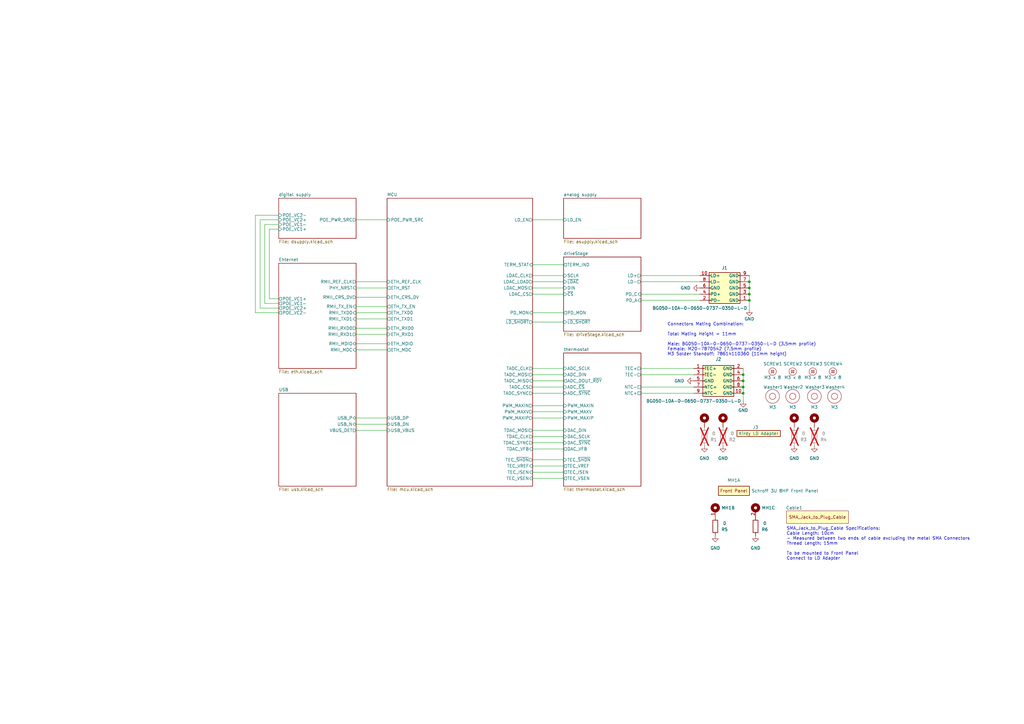
<source format=kicad_sch>
(kicad_sch (version 20230121) (generator eeschema)
  (paper "A3")
  (title_block (title "Kirdy") (date "2023-11-27") (rev "r0_3") (company "M-Labs Limited") (comment 1 "Linus Woo Chun Kit"))
  (lib_symbols
    (symbol "Device:R" (pin_numbers hide) (pin_names (offset 0))
      (property "Reference" "R" (at 2.032 0 90))
      (property "Value" "R" (at 0 0 90))
      (symbol "R_0_1"
        (rectangle (start -1.016 -2.54) (end 1.016 2.54) (stroke (width 0.254)))
      )
      (symbol "R_1_1"
        (pin passive line (at 0 3.81 270) (length 1.27) (name "~") (number "1"))
        (pin passive line (at 0 -3.81 90) (length 1.27) (name "~") (number "2"))
      )
    )
    (symbol "Mechanical:MountingHole_Pad" (pin_numbers hide) (pin_names (offset 1.016) hide)
      (property "Reference" "H" (at 0 6.35 0))
      (property "Value" "MountingHole_Pad" (at 0 4.445 0))
      (symbol "MountingHole_Pad_0_1"
        (circle (center 0 1.27) (radius 1.27) (stroke (width 1.27)))
      )
      (symbol "MountingHole_Pad_1_1"
        (pin input line (at 0 -2.54 90) (length 2.54) (name "1") (number "1"))
      )
    )
    (symbol "Panel_1"
      (property "Reference" "MH" (at 1.27 3.175 0))
      (symbol "Panel_1_1_1"
        (rectangle (start 0 0) (end 12.7 -3.81) (stroke (width 0.254)) (fill (type background)))
        (text "Front Panel" (at 6.35 -1.905 0) (effects (font (size 1.27 1.27))))
      )
      (symbol "Panel_1_2_1"
        (circle (center 0 0) (radius 1.27) (stroke (width 1.27)))
        (pin input line (at 3.81 0 180) (length 2.54) (name "") (number "1"))
      )
      (symbol "Panel_1_3_1"
        (circle (center 0 0) (radius 1.27) (stroke (width 1.27)))
        (pin input line (at 3.81 0 180) (length 2.54) (name "") (number "2"))
      )
    )
    (symbol "kirdy:Kirdy_Adapter_HDR1"
      (property "Reference" "J" (at 5.08 2.54 0))
      (property "Value" "BG050-10A-0-0650-0737-0350-L-D" (at 10.16 -12.7 0))
      (symbol "Kirdy_Adapter_HDR1_1_1"
        (rectangle (start 3.81 -10.033) (end 4.445 -10.287) (stroke (width 0.1524)))
        (rectangle (start 3.81 -7.493) (end 4.445 -7.747) (stroke (width 0.1524)))
        (rectangle (start 3.81 -4.953) (end 4.445 -5.207) (stroke (width 0.1524)))
        (rectangle (start 3.81 -2.413) (end 4.445 -2.667) (stroke (width 0.1524)))
        (rectangle (start 3.81 0.127) (end 4.445 -0.127) (stroke (width 0.1524)))
        (rectangle (start 3.81 1.27) (end 16.51 -11.43) (stroke (width 0.254)) (fill (type background)))
        (rectangle (start 15.875 -10.033) (end 16.51 -10.287) (stroke (width 0.1524)))
        (rectangle (start 15.875 -7.493) (end 16.51 -7.747) (stroke (width 0.1524)))
        (rectangle (start 15.875 -4.953) (end 16.51 -5.207) (stroke (width 0.1524)))
        (rectangle (start 15.875 -2.413) (end 16.51 -2.667) (stroke (width 0.1524)))
        (rectangle (start 15.875 0.127) (end 16.51 -0.127) (stroke (width 0.1524)))
        (pin passive line (at 0 0 0) (length 3.81) (name "TEC+") (number "1"))
        (pin passive line (at 20.32 -10.16 180) (length 3.81) (name "GND") (number "10"))
        (pin passive line (at 20.32 0 180) (length 3.81) (name "GND") (number "2"))
        (pin passive line (at 0 -2.54 0) (length 3.81) (name "TEC-") (number "3"))
        (pin passive line (at 20.32 -2.54 180) (length 3.81) (name "GND") (number "4"))
        (pin passive line (at 0 -5.08 0) (length 3.81) (name "GND") (number "5"))
        (pin passive line (at 20.32 -5.08 180) (length 3.81) (name "GND") (number "6"))
        (pin passive line (at 0 -7.62 0) (length 3.81) (name "NTC+") (number "7"))
        (pin passive line (at 20.32 -7.62 180) (length 3.81) (name "GND") (number "8"))
        (pin passive line (at 0 -10.16 0) (length 3.81) (name "NTC-") (number "9"))
      )
    )
    (symbol "kirdy:Kirdy_Adapter_HDR2"
      (property "Reference" "J" (at 5.08 2.54 0))
      (property "Value" "BG050-10A-0-0650-0737-0350-L-D" (at 10.16 -12.7 0))
      (symbol "Kirdy_Adapter_HDR2_1_1"
        (rectangle (start 3.81 -10.033) (end 4.445 -10.287) (stroke (width 0.1524)))
        (rectangle (start 3.81 -7.493) (end 4.445 -7.747) (stroke (width 0.1524)))
        (rectangle (start 3.81 -4.953) (end 4.445 -5.207) (stroke (width 0.1524)))
        (rectangle (start 3.81 -2.413) (end 4.445 -2.667) (stroke (width 0.1524)))
        (rectangle (start 3.81 0.127) (end 4.445 -0.127) (stroke (width 0.1524)))
        (rectangle (start 3.81 1.27) (end 16.51 -11.43) (stroke (width 0.254)) (fill (type background)))
        (rectangle (start 15.875 -10.033) (end 16.51 -10.287) (stroke (width 0.1524)))
        (rectangle (start 15.875 -7.493) (end 16.51 -7.747) (stroke (width 0.1524)))
        (rectangle (start 15.875 -4.953) (end 16.51 -5.207) (stroke (width 0.1524)))
        (rectangle (start 15.875 -2.413) (end 16.51 -2.667) (stroke (width 0.1524)))
        (rectangle (start 15.875 0.127) (end 16.51 -0.127) (stroke (width 0.1524)))
        (pin passive line (at 0 0 0) (length 3.81) (name "GND") (number "1"))
        (pin passive line (at 20.32 -10.16 180) (length 3.81) (name "LD+") (number "10"))
        (pin passive line (at 20.32 0 180) (length 3.81) (name "PD-") (number "2"))
        (pin passive line (at 0 -2.54 0) (length 3.81) (name "GND") (number "3"))
        (pin passive line (at 20.32 -2.54 180) (length 3.81) (name "PD+") (number "4"))
        (pin passive line (at 0 -5.08 0) (length 3.81) (name "GND") (number "5"))
        (pin passive line (at 20.32 -5.08 180) (length 3.81) (name "GND") (number "6"))
        (pin passive line (at 0 -7.62 0) (length 3.81) (name "GND") (number "7"))
        (pin passive line (at 20.32 -7.62 180) (length 3.81) (name "LD-") (number "8"))
        (pin passive line (at 0 -10.16 0) (length 3.81) (name "GND") (number "9"))
      )
    )
    (symbol "kirdy:Kirdy_LD_Adapter" (pin_names (offset 1.016) hide)
      (property "Reference" "J" (at -6.35 2.54 0))
      (property "Value" "Kirdy_LD_Adapter" (at 1.27 0 0))
      (symbol "Kirdy_LD_Adapter_1_1"
        (rectangle (start -7.62 1.27) (end 10.16 -1.27) (stroke (width 0.254)) (fill (type background)))
      )
    )
    (symbol "kirdy:Panel"
      (property "Reference" "MH" (at 1.27 3.175 0))
      (symbol "Panel_1_1"
        (rectangle (start 0 0) (end 12.7 -3.81) (stroke (width 0.254)) (fill (type background)))
        (text "Front Panel" (at 6.35 -1.905 0) (effects (font (size 1.27 1.27))))
      )
      (symbol "Panel_2_1"
        (circle (center 0 0) (radius 1.27) (stroke (width 1.27)))
        (pin input line (at 3.81 0 180) (length 2.54) (name "") (number "1"))
      )
      (symbol "Panel_3_1"
        (circle (center 0 0) (radius 1.27) (stroke (width 1.27)))
        (pin input line (at 3.81 0 180) (length 2.54) (name "") (number "2"))
      )
    )
    (symbol "kirdy:SMA_Jack_to_Plug_Cable" (on_board no)
      (property "Reference" "Cable" (at 2.54 1.27 0))
      (symbol "SMA_Jack_to_Plug_Cable_0_1"
        (rectangle (start 0 0) (end 25.4 -5.08) (fill (type background)))
      )
      (symbol "SMA_Jack_to_Plug_Cable_1_1"
        (text "SMA_Jack_to_Plug_Cable" (at 12.7 -2.54 0) (effects (font (size 1.27 1.27))))
      )
    )
    (symbol "kirdy:Screw" (on_board no)
      (property "Reference" "SCREW" (at 3.048 2.54 0))
      (symbol "Screw_0_1"
        (polyline (pts (xy -0.254 0) (xy -0.635 -0.381) (xy -0.381 -0.635) (xy 0 -0.254)))
        (polyline (pts (xy 0 -0.254) (xy 0.381 -0.635) (xy 0.635 -0.381) (xy 0.254 0)))
        (polyline (pts (xy 0 0.254) (xy -0.381 0.635) (xy -0.635 0.381) (xy -0.254 0)))
        (polyline (pts (xy 0.254 0) (xy 0.635 0.381) (xy 0.381 0.635) (xy 0 0.254)))
        (circle (center 0 0) (radius 1.524))
      )
    )
    (symbol "kirdy:Washer" (on_board no)
      (property "Reference" "Washer" (at 0 5.08 0))
      (symbol "Washer_0_1"
        (circle (center 0 0) (radius 1.27))
        (circle (center 0 0) (radius 2.8398))
      )
    )
    (symbol "power:GND" (power) (pin_names (offset 0))
      (property "Value" "GND" (at 0 -3.81 0))
      (symbol "GND_0_1"
        (polyline (pts (xy 0 0) (xy 0 -1.27) (xy 1.27 -1.27) (xy 0 -2.54) (xy -1.27 -1.27) (xy 0 -1.27)))
      )
      (symbol "GND_1_1"
        (pin power_in line (at 0 0 270) (length 0) hide (name "GND") (number "1"))
      )
    )
  )
  (junction (at 307.34 118.11))
  (junction (at 304.8 153.67))
  (junction (at 304.8 158.75))
  (junction (at 304.8 161.29))
  (junction (at 307.34 120.65))
  (junction (at 307.34 123.19))
  (junction (at 307.34 115.57))
  (junction (at 304.8 156.21))
  (wire (pts (xy 304.8 153.67) (xy 304.8 156.21)))
  (wire (pts (xy 146.05 176.53) (xy 158.75 176.53)))
  (wire (pts (xy 108.585 92.075) (xy 108.585 124.46)))
  (wire (pts (xy 218.44 168.91) (xy 231.14 168.91)))
  (wire (pts (xy 106.68 126.365) (xy 106.68 90.17)))
  (wire (pts (xy 218.44 176.53) (xy 231.14 176.53)))
  (wire (pts (xy 304.8 151.13) (xy 304.8 153.67)))
  (wire (pts (xy 146.05 125.73) (xy 158.75 125.73)))
  (wire (pts (xy 307.34 115.57) (xy 307.34 118.11)))
  (wire (pts (xy 262.89 123.19) (xy 287.02 123.19)))
  (wire (pts (xy 114.3 122.555) (xy 110.49 122.555)))
  (wire (pts (xy 218.44 151.13) (xy 231.14 151.13)))
  (wire (pts (xy 146.05 173.99) (xy 158.75 173.99)))
  (wire (pts (xy 218.44 161.29) (xy 231.14 161.29)))
  (wire (pts (xy 146.05 115.57) (xy 158.75 115.57)))
  (wire (pts (xy 218.44 90.17) (xy 231.14 90.17)))
  (wire (pts (xy 218.44 171.45) (xy 231.14 171.45)))
  (wire (pts (xy 146.05 140.97) (xy 158.75 140.97)))
  (wire (pts (xy 218.44 196.215) (xy 231.14 196.215)))
  (wire (pts (xy 218.44 166.37) (xy 231.14 166.37)))
  (wire (pts (xy 218.44 184.15) (xy 231.14 184.15)))
  (wire (pts (xy 218.44 191.135) (xy 231.14 191.135)))
  (wire (pts (xy 218.44 179.07) (xy 231.14 179.07)))
  (wire (pts (xy 262.89 161.29) (xy 284.48 161.29)))
  (wire (pts (xy 146.05 121.92) (xy 158.75 121.92)))
  (wire (pts (xy 146.05 171.45) (xy 158.75 171.45)))
  (wire (pts (xy 307.34 120.65) (xy 307.34 123.19)))
  (wire (pts (xy 262.89 113.03) (xy 287.02 113.03)))
  (wire (pts (xy 146.05 90.17) (xy 158.75 90.17)))
  (wire (pts (xy 114.3 92.075) (xy 108.585 92.075)))
  (wire (pts (xy 110.49 93.98) (xy 114.3 93.98)))
  (wire (pts (xy 304.8 156.21) (xy 304.8 158.75)))
  (wire (pts (xy 106.68 90.17) (xy 114.3 90.17)))
  (wire (pts (xy 110.49 122.555) (xy 110.49 93.98)))
  (wire (pts (xy 304.8 158.75) (xy 304.8 161.29)))
  (wire (pts (xy 114.3 88.265) (xy 104.775 88.265)))
  (wire (pts (xy 307.34 123.19) (xy 307.34 127)))
  (wire (pts (xy 146.05 130.81) (xy 158.75 130.81)))
  (wire (pts (xy 218.44 115.57) (xy 231.14 115.57)))
  (wire (pts (xy 262.89 120.65) (xy 287.02 120.65)))
  (wire (pts (xy 146.05 118.11) (xy 158.75 118.11)))
  (wire (pts (xy 114.3 126.365) (xy 106.68 126.365)))
  (wire (pts (xy 146.05 128.27) (xy 158.75 128.27)))
  (wire (pts (xy 304.8 161.29) (xy 304.8 164.465)))
  (wire (pts (xy 262.89 158.75) (xy 284.48 158.75)))
  (wire (pts (xy 104.775 88.265) (xy 104.775 128.27)))
  (wire (pts (xy 218.44 132.08) (xy 231.14 132.08)))
  (wire (pts (xy 146.05 134.62) (xy 158.75 134.62)))
  (wire (pts (xy 218.44 118.11) (xy 231.14 118.11)))
  (wire (pts (xy 307.34 113.03) (xy 307.34 115.57)))
  (wire (pts (xy 218.44 156.21) (xy 231.14 156.21)))
  (wire (pts (xy 307.34 118.11) (xy 307.34 120.65)))
  (wire (pts (xy 218.44 128.27) (xy 231.14 128.27)))
  (wire (pts (xy 218.44 188.595) (xy 231.14 188.595)))
  (wire (pts (xy 218.44 153.67) (xy 231.14 153.67)))
  (wire (pts (xy 218.44 108.585) (xy 231.14 108.585)))
  (wire (pts (xy 218.44 181.61) (xy 231.14 181.61)))
  (wire (pts (xy 218.44 158.75) (xy 231.14 158.75)))
  (wire (pts (xy 218.44 120.65) (xy 231.14 120.65)))
  (wire (pts (xy 262.89 151.13) (xy 284.48 151.13)))
  (wire (pts (xy 262.89 153.67) (xy 284.48 153.67)))
  (wire (pts (xy 108.585 124.46) (xy 114.3 124.46)))
  (wire (pts (xy 146.05 143.51) (xy 158.75 143.51)))
  (wire (pts (xy 262.89 115.57) (xy 287.02 115.57)))
  (wire (pts (xy 104.775 128.27) (xy 114.3 128.27)))
  (wire (pts (xy 218.44 193.675) (xy 231.14 193.675)))
  (wire (pts (xy 218.44 113.03) (xy 231.14 113.03)))
  (wire (pts (xy 146.05 137.16) (xy 158.75 137.16)))
  (text "SMA_Jack_to_Plug_Cable Specifications:\nCable Length: 10cm\n- Measured between two ends of cable excluding the metal SMA Connectors\nThread Length: 15mm\n\nTo be mounted to Front Panel \nConnect to LD Adapter" (at 322.58 229.87 0) (effects (font (size 1.27 1.27)) (justify left bottom)))
  (text "Connectors Mating Combination:\n\nTotal Mating Height = 11mm\n\nMale: BG050-10A-0-0650-0737-0350-L-D (3.5mm profile) \nFemale: M20-7870542 (7.5mm profile) \nM3 Solder Standoff: 78614110360 (11mm height)" (at 273.685 146.05 0) (effects (font (size 1.27 1.27)) (justify left bottom)))
  (symbol (lib_id "power:GND") (at 309.88 219.71 0) (unit 1)
    (property "Reference" "#PWR010" (effects hide))
    (property "Value" "GND" (at 309.88 224.79 0))
  )
  (symbol (lib_id "kirdy:Washer") (at 316.865 162.56 0) (unit 1) (on_board no)
    (property "Reference" "Washer1" (at 313.055 158.75 0) (effects (justify left)))
    (property "Value" "M3" (at 316.865 167.005 0))
  )
  (symbol (lib_id "Device:R") (at 296.545 179.07 180) (unit 1) (dnp yes)
    (property "Reference" "R2" (at 300.355 180.34 0))
    (property "Value" "0" (at 300.355 177.8 0))
    (property "Footprint" "Resistor_SMD:R_0603_1608Metric" (effects hide))
    (property "MFR_PN" "RMCF0603ZT0R00" (effects hide))
    (property "MFR_PN_ALT" "CR0603-J/-000ELF" (effects hide))
  )
  (symbol (lib_id "kirdy:Washer") (at 334.01 162.56 0) (unit 1) (on_board no)
    (property "Reference" "Washer3" (at 330.2 158.75 0) (effects (justify left)))
    (property "Value" "M3" (at 334.01 167.005 0))
  )
  (symbol (lib_id "Device:R") (at 293.37 215.9 180) (unit 1)
    (property "Reference" "R5" (at 297.18 217.17 0))
    (property "Value" "0" (at 297.18 214.63 0))
    (property "Footprint" "Resistor_SMD:R_0603_1608Metric" (effects hide))
    (property "MFR_PN" "RMCF0603ZT0R00" (effects hide))
    (property "MFR_PN_ALT" "CR0603-J/-000ELF" (effects hide))
  )
  (symbol (lib_id "kirdy:Washer") (at 342.265 162.56 0) (unit 1) (on_board no)
    (property "Reference" "Washer4" (at 338.455 158.75 0) (effects (justify left)))
    (property "Value" "M3" (at 342.265 167.005 0))
  )
  (symbol (lib_id "kirdy:Kirdy_LD_Adapter") (at 309.88 177.8 0) (unit 1)
    (property "Reference" "J3" (at 309.88 175.26 0))
    (property "Value" "Kirdy LD Adapter" (at 311.15 177.8 0))
    (property "Footprint" "kirdy:Kirdy_LD_Adapter" (effects hide))
    (property "MFR_PN" "Kirdy_LD_Adapter_PCB" (effects hide))
  )
  (symbol (lib_id "kirdy:Washer") (at 325.12 162.56 0) (unit 1) (on_board no)
    (property "Reference" "Washer2" (at 321.31 158.75 0) (effects (justify left)))
    (property "Value" "M3" (at 325.12 167.005 0))
  )
  (symbol (lib_id "kirdy:Panel") (at 309.88 208.28 270) (unit 3)
    (property "Reference" "MH1" (at 312.42 208.28 90) (effects (justify left)))
    (property "Value" "Schroff 3U 8HP Front Panel" (effects hide))
    (property "Footprint" "kirdy:Panel" (effects hide))
    (property "MFR_PN" "20848-668" (effects hide))
  )
  (symbol (lib_id "kirdy:Screw") (at 316.865 152.4 0) (unit 1) (on_board no)
    (property "Reference" "SCREW1" (at 313.055 149.225 0) (effects (justify left)))
    (property "Value" "M3 x 8" (at 316.865 154.813 0))
    (property "MFR_PN" "EDLV-M3-L8" (effects hide))
    (property "MFR_PN_ALT" "FH4-M3-8 " (effects hide))
    (property "Comment" "https://jlcmc.com/product/s/E02/EDLV/cross-recessed-large-flat-head-screw" (effects hide))
  )
  (symbol (lib_id "kirdy:Kirdy_Adapter_HDR2") (at 307.34 123.19 180) (unit 1)
    (property "Reference" "J1" (at 297.18 109.855 0))
    (property "Value" "BG050-10A-0-0650-0737-0350-L-D" (at 287.02 126.365 0))
    (property "Footprint" "kirdy:BG050-10A-0-0650-0737-0350-L-D" (effects hide))
    (property "MFR_PN" "BG050-10A-0-0650-0737-0350-L-D" (effects hide))
    (property "MFR_PN_ALT" "BG050-10A-0-0450-0737-0350-L-D " (effects hide))
  )
  (symbol (lib_name "Panel_1") (lib_id "kirdy:Panel") (at 294.64 199.39 0) (unit 1)
    (property "Reference" "MH1" (at 300.99 196.977 0))
    (property "Value" "Schroff 3U 8HP Front Panel" (at 321.945 201.295 0))
    (property "Footprint" "kirdy:Panel" (effects hide))
    (property "MFR_PN" "20848-668" (effects hide))
  )
  (symbol (lib_id "power:GND") (at 307.34 127 0) (unit 1)
    (property "Reference" "#PWR02" (effects hide))
    (property "Value" "GND" (at 307.34 130.81 0))
  )
  (symbol (lib_id "kirdy:Screw") (at 333.375 152.4 0) (unit 1) (on_board no)
    (property "Reference" "SCREW3" (at 329.565 149.225 0) (effects (justify left)))
    (property "Value" "M3 x 8" (at 333.375 154.813 0))
    (property "MFR_PN" "EDLV-M3-L8" (effects hide))
    (property "MFR_PN_ALT" "FH4-M3-8 " (effects hide))
    (property "Comment" "https://jlcmc.com/product/s/E02/EDLV/cross-recessed-large-flat-head-screw" (effects hide))
  )
  (symbol (lib_id "Mechanical:MountingHole_Pad") (at 325.755 172.72 0) (unit 1)
    (property "Reference" "H3" (effects hide))
    (property "Value" "78614110360" (effects hide))
    (property "Footprint" "Mounting_Wuerth:Mounting_Wuerth_WA-SMSI-M3_H11mm_9774110360" (effects hide))
    (property "MFR_PN" "78614110360" (effects hide))
    (property "MFT_PN_ALT" "9774110360R" (effects hide))
  )
  (symbol (lib_id "power:GND") (at 287.02 118.11 270) (unit 1)
    (property "Reference" "#PWR01" (effects hide))
    (property "Value" "GND" (at 283.21 118.11 90) (effects (justify right)))
  )
  (symbol (lib_id "Mechanical:MountingHole_Pad") (at 288.925 172.72 0) (unit 1)
    (property "Reference" "H1" (effects hide))
    (property "Value" "78614110360" (effects hide))
    (property "Footprint" "Mounting_Wuerth:Mounting_Wuerth_WA-SMSI-M3_H11mm_9774110360" (effects hide))
    (property "Datasheet" "~" (at 288.925 172.72 0))
    (property "MFR_PN" "78614110360" (effects hide))
    (property "MFR_PN_ALT" "9774110360R" (effects hide))
  )
  (symbol (lib_id "Device:R") (at 325.755 179.07 180) (unit 1) (dnp yes)
    (property "Reference" "R3" (at 329.565 180.34 0))
    (property "Value" "0" (at 329.565 177.8 0))
    (property "Footprint" "Resistor_SMD:R_0603_1608Metric" (effects hide))
    (property "MFR_PN" "RMCF0603ZT0R00" (effects hide))
    (property "MFR_PN_ALT" "CR0603-J/-000ELF" (effects hide))
  )
  (symbol (lib_id "power:GND") (at 296.545 182.88 0) (unit 1)
    (property "Reference" "#PWR06" (effects hide))
    (property "Value" "GND" (at 296.545 187.96 0))
  )
  (symbol (lib_id "power:GND") (at 288.925 182.88 0) (unit 1)
    (property "Reference" "#PWR05" (effects hide))
    (property "Value" "GND" (at 288.925 187.96 0))
  )
  (symbol (lib_id "Mechanical:MountingHole_Pad") (at 334.01 172.72 0) (unit 1)
    (property "Reference" "H4" (effects hide))
    (property "Value" "78614110360" (effects hide))
    (property "Footprint" "Mounting_Wuerth:Mounting_Wuerth_WA-SMSI-M3_H11mm_9774110360" (effects hide))
    (property "MFR_PN" "78614110360" (effects hide))
    (property "MFR_PN_ALT" "9774110360R" (effects hide))
  )
  (symbol (lib_id "Mechanical:MountingHole_Pad") (at 296.545 172.72 0) (unit 1)
    (property "Reference" "H2" (effects hide))
    (property "Value" "78614110360" (effects hide))
    (property "Footprint" "Mounting_Wuerth:Mounting_Wuerth_WA-SMSI-M3_H11mm_9774110360" (effects hide))
    (property "MFR_PN" "78614110360" (effects hide))
    (property "MFR_PN_ALT" "9774110360R" (effects hide))
  )
  (symbol (lib_id "power:GND") (at 334.01 182.88 0) (unit 1)
    (property "Reference" "#PWR08" (effects hide))
    (property "Value" "GND" (at 334.01 187.96 0))
  )
  (symbol (lib_id "kirdy:Screw") (at 325.12 152.4 0) (unit 1) (on_board no)
    (property "Reference" "SCREW2" (at 321.31 149.225 0) (effects (justify left)))
    (property "Value" "M3 x 8" (at 325.12 154.813 0))
    (property "MFR_PN" "EDLV-M3-L8" (effects hide))
    (property "MFR_PN_ALT" "FH4-M3-8 " (effects hide))
    (property "Comment" "https://jlcmc.com/product/s/E02/EDLV/cross-recessed-large-flat-head-screw" (effects hide))
  )
  (symbol (lib_id "Device:R") (at 334.01 179.07 180) (unit 1) (dnp yes)
    (property "Reference" "R4" (at 337.82 180.34 0))
    (property "Value" "0" (at 337.82 177.8 0))
    (property "Footprint" "Resistor_SMD:R_0603_1608Metric" (effects hide))
    (property "MFR_PN" "RMCF0603ZT0R00" (effects hide))
    (property "MFR_PN_ALT" "CR0603-J/-000ELF" (effects hide))
  )
  (symbol (lib_id "kirdy:SMA_Jack_to_Plug_Cable") (at 322.58 209.55 0) (unit 1) (on_board no)
    (property "Reference" "Cable1" (at 325.755 208.28 0))
    (property "Value" "SMA_Jack_to_Plug_Cable" (effects hide))
    (property "MFR_PN" "https://m.tb.cn/h.5HEJkaC?tk=6UH5WQTrLMA" (effects hide))
    (property "Comment" "Order from Taobao | Cable Length: 10cm | Thread Length: 15mm | F-Type" (effects hide))
  )
  (symbol (lib_id "power:GND") (at 293.37 219.71 0) (unit 1)
    (property "Reference" "#PWR09" (effects hide))
    (property "Value" "GND" (at 293.37 224.79 0))
  )
  (symbol (lib_id "power:GND") (at 284.48 156.21 270) (unit 1)
    (property "Reference" "#PWR03" (effects hide))
    (property "Value" "GND" (at 280.67 156.21 90) (effects (justify right)))
  )
  (symbol (lib_id "Device:R") (at 288.925 179.07 180) (unit 1) (dnp yes)
    (property "Reference" "R1" (at 292.735 180.34 0))
    (property "Value" "0" (at 292.735 177.8 0))
    (property "Footprint" "Resistor_SMD:R_0603_1608Metric" (effects hide))
    (property "MFR_PN" "RMCF0603ZT0R00" (effects hide))
    (property "MFR_PN_ALT" "CR0603-J/-000ELF" (effects hide))
  )
  (symbol (lib_id "kirdy:Screw") (at 341.63 152.4 0) (unit 1) (on_board no)
    (property "Reference" "SCREW4" (at 337.82 149.225 0) (effects (justify left)))
    (property "Value" "M3 x 8" (at 341.63 154.813 0))
    (property "MFR_PN" "EDLV-M3-L8" (effects hide))
    (property "MFR_PN_ALT" "FH4-M3-8 " (effects hide))
    (property "Comment" "https://jlcmc.com/product/s/E02/EDLV/cross-recessed-large-flat-head-screw" (effects hide))
  )
  (symbol (lib_id "kirdy:Panel") (at 293.37 208.28 270) (unit 2)
    (property "Reference" "MH1" (at 295.91 208.28 90) (effects (justify left)))
    (property "Value" "Schroff 3U 8HP Front Panel" (effects hide))
    (property "Footprint" "kirdy:Panel" (effects hide))
    (property "MFR_PN" "20848-668" (effects hide))
  )
  (symbol (lib_id "kirdy:Kirdy_Adapter_HDR1") (at 284.48 151.13 0) (unit 1)
    (property "Reference" "J2" (at 294.64 147.32 0))
    (property "Value" "BG050-10A-0-0650-0737-0350-L-D" (at 284.48 164.465 0))
    (property "Footprint" "kirdy:BG050-10A-0-0650-0737-0350-L-D" (effects hide))
    (property "MFR_PN" "BG050-10A-0-0650-0737-0350-L-D" (effects hide))
    (property "MFR_PN_ALT" "BG050-10A-0-0450-0737-0350-L-D " (effects hide))
  )
  (symbol (lib_id "power:GND") (at 304.8 164.465 0) (unit 1)
    (property "Reference" "#PWR04" (effects hide))
    (property "Value" "GND" (at 304.8 168.275 0))
  )
  (symbol (lib_id "power:GND") (at 325.755 182.88 0) (unit 1)
    (property "Reference" "#PWR07" (effects hide))
    (property "Value" "GND" (at 325.755 187.96 0))
  )
  (symbol (lib_id "Device:R") (at 309.88 215.9 180) (unit 1)
    (property "Reference" "R6" (at 313.69 217.17 0))
    (property "Value" "0" (at 313.69 214.63 0))
    (property "Footprint" "Resistor_SMD:R_0603_1608Metric" (effects hide))
    (property "MFR_PN" "RMCF0603ZT0R00" (effects hide))
    (property "MFR_PN_ALT" "CR0603-J/-000ELF" (effects hide))
  )
  (sheet (at 114.3 107.95) (size 31.75 43.18) (stroke (width 0.1524))
    (property "Sheetname" "Ehternet" (at 114.3 107.2384 0) (effects (justify left bottom)))
    (property "Sheetfile" "eth.kicad_sch" (at 114.3 151.7146 0) (effects (justify left top)))
    (pin "RMII_MDIO" bidirectional (at 146.05 140.97 0))
    (pin "PHY_NRST" input (at 146.05 118.11 0))
    (pin "RMII_MDC" input (at 146.05 143.51 0))
    (pin "RMII_CRS_DV" output (at 146.05 121.92 0))
    (pin "RMII_TX_EN" input (at 146.05 125.73 0))
    (pin "RMII_TXD0" input (at 146.05 128.27 0))
    (pin "RMII_TXD1" input (at 146.05 130.81 0))
    (pin "RMII_RXD0" output (at 146.05 134.62 0))
    (pin "RMII_RXD1" output (at 146.05 137.16 0))
    (pin "RMII_REF_CLK" output (at 146.05 115.57 0))
    (pin "POE_VC1+" output (at 114.3 122.555 180))
    (pin "POE_VC1-" output (at 114.3 124.46 180))
    (pin "POE_VC2+" output (at 114.3 126.365 180))
    (pin "POE_VC2-" output (at 114.3 128.27 180))
  )
  (sheet (at 114.3 161.29) (size 31.75 38.1) (stroke (width 0.1524))
    (property "Sheetname" "USB" (at 114.3 160.5784 0) (effects (justify left bottom)))
    (property "Sheetfile" "usb.kicad_sch" (at 114.3 199.9746 0) (effects (justify left top)))
    (pin "USB_N" bidirectional (at 146.05 173.99 0))
    (pin "USB_P" bidirectional (at 146.05 171.45 0))
    (pin "VBUS_DET" output (at 146.05 176.53 0))
  )
  (sheet (at 231.14 105.41) (size 31.75 30.48) (stroke (width 0.1524))
    (property "Sheetname" "driveStage" (at 231.14 104.6984 0) (effects (justify left bottom)))
    (property "Sheetfile" "driveStage.kicad_sch" (at 231.14 136.4746 0) (effects (justify left top)))
    (pin "LD-" output (at 262.89 115.57 0))
    (pin "LD+" output (at 262.89 113.03 0))
    (pin "SCLK" input (at 231.14 113.03 180))
    (pin "DIN" input (at 231.14 118.11 180))
    (pin "~{LDAC}" input (at 231.14 115.57 180))
    (pin "~{CS}" input (at 231.14 120.65 180))
    (pin "PD_A" input (at 262.89 123.19 0))
    (pin "PD_C" input (at 262.89 120.65 0))
    (pin "PD_MON" output (at 231.14 128.27 180))
    (pin "~{LD_SHORT}" input (at 231.14 132.08 180))
    (pin "TERM_IND" output (at 231.14 108.585 180))
  )
  (sheet (at 114.3 81.28) (size 31.75 16.51) (stroke (width 0.1524))
    (property "Sheetname" "digital supply" (at 114.3 80.5684 0) (effects (justify left bottom)))
    (property "Sheetfile" "dsupply.kicad_sch" (at 114.3 98.3746 0) (effects (justify left top)))
    (pin "POE_PWR_SRC" output (at 146.05 90.17 0))
    (pin "POE_VC1-" input (at 114.3 92.075 180))
    (pin "POE_VC2-" input (at 114.3 88.265 180))
    (pin "POE_VC1+" input (at 114.3 93.98 180))
    (pin "POE_VC2+" input (at 114.3 90.17 180))
  )
  (sheet (at 231.14 144.78) (size 31.75 54.61) (stroke (width 0.1524))
    (property "Sheetname" "thermostat" (at 231.14 144.0684 0) (effects (justify left bottom)))
    (property "Sheetfile" "thermostat.kicad_sch" (at 231.14 199.9746 0) (effects (justify left top)))
    (pin "TEC-" output (at 262.89 153.67 0))
    (pin "TEC+" output (at 262.89 151.13 0))
    (pin "NTC-" passive (at 262.89 158.75 0))
    (pin "NTC+" passive (at 262.89 161.29 0))
    (pin "DAC_~{SYNC}" input (at 231.14 181.61 180))
    (pin "DAC_SCLK" input (at 231.14 179.07 180))
    (pin "DAC_DIN" input (at 231.14 176.53 180))
    (pin "PWM_MAXV" input (at 231.14 168.91 180))
    (pin "ADC_SCLK" input (at 231.14 151.13 180))
    (pin "ADC_DIN" input (at 231.14 153.67 180))
    (pin "ADC_DOUT_~{RDY}" output (at 231.14 156.21 180))
    (pin "ADC_~{CS}" input (at 231.14 158.75 180))
    (pin "ADC_~{SYNC}" input (at 231.14 161.29 180))
    (pin "PWM_MAXIN" input (at 231.14 166.37 180))
    (pin "PWM_MAXIP" input (at 231.14 171.45 180))
    (pin "TEC_~{SHDN}" input (at 231.14 188.595 180))
    (pin "TEC_ISEN" output (at 231.14 193.675 180))
    (pin "TEC_VREF" output (at 231.14 191.135 180))
    (pin "TEC_VSEN" output (at 231.14 196.215 180))
    (pin "DAC_VFB" output (at 231.14 184.15 180))
  )
  (sheet (at 231.14 81.28) (size 31.75 16.51) (stroke (width 0.1524))
    (property "Sheetname" "analog supply" (at 231.14 80.5684 0) (effects (justify left bottom)))
    (property "Sheetfile" "asupply.kicad_sch" (at 231.14 98.3746 0) (effects (justify left top)))
    (pin "LD_EN" input (at 231.14 90.17 180))
  )
  (sheet (at 158.75 81.28) (size 59.69 118.11) (stroke (width 0.1524))
    (property "Sheetname" "MCU" (at 158.75 80.5684 0) (effects (justify left bottom)))
    (property "Sheetfile" "mcu.kicad_sch" (at 158.75 199.9746 0) (effects (justify left top)))
    (pin "ETH_RST" output (at 158.75 118.11 180))
    (pin "ETH_MDIO" bidirectional (at 158.75 140.97 180))
    (pin "PD_MON" input (at 218.44 128.27 0))
    (pin "TEC_~{SHDN}" output (at 218.44 188.595 0))
    (pin "TEC_VREF" input (at 218.44 191.135 0))
    (pin "ETH_CRS_DV" input (at 158.75 121.92 180))
    (pin "USB_VBUS" input (at 158.75 176.53 180))
    (pin "TEC_ISEN" input (at 218.44 193.675 0))
    (pin "TEC_VSEN" input (at 218.44 196.215 0))
    (pin "USB_DP" bidirectional (at 158.75 171.45 180))
    (pin "USB_DN" bidirectional (at 158.75 173.99 180))
    (pin "TADC_CS" output (at 218.44 158.75 0))
    (pin "LDAC_CLK" output (at 218.44 113.03 0))
    (pin "ETH_TX_EN" output (at 158.75 125.73 180))
    (pin "ETH_TXD0" output (at 158.75 128.27 180))
    (pin "ETH_TXD1" output (at 158.75 130.81 180))
    (pin "LDAC_LOAD" output (at 218.44 115.57 0))
    (pin "POE_PWR_SRC" input (at 158.75 90.17 180))
    (pin "ETH_RXD0" input (at 158.75 134.62 180))
    (pin "ETH_RXD1" input (at 158.75 137.16 180))
    (pin "LDAC_MOSI" output (at 218.44 118.11 0))
    (pin "TADC_MOSI" output (at 218.44 153.67 0))
    (pin "TADC_MISO" input (at 218.44 156.21 0))
    (pin "PWM_MAXIP" output (at 218.44 171.45 0))
    (pin "ETH_MDC" output (at 158.75 143.51 180))
    (pin "LDAC_CS" output (at 218.44 120.65 0))
    (pin "TADC_SYNC" output (at 218.44 161.29 0))
    (pin "TDAC_CLK" output (at 218.44 179.07 0))
    (pin "TDAC_SYNC" output (at 218.44 181.61 0))
    (pin "TDAC_MOSI" output (at 218.44 176.53 0))
    (pin "PWM_MAXIN" output (at 218.44 166.37 0))
    (pin "PWM_MAXV" output (at 218.44 168.91 0))
    (pin "TADC_CLK" output (at 218.44 151.13 0))
    (pin "ETH_REF_CLK" input (at 158.75 115.57 180))
    (pin "LD_EN" output (at 218.44 90.17 0))
    (pin "~{LD_SHORT}" output (at 218.44 132.08 0))
    (pin "TERM_STAT" input (at 218.44 108.585 0))
    (pin "TDAC_VFB" input (at 218.44 184.15 0))
  )
)
</source>
